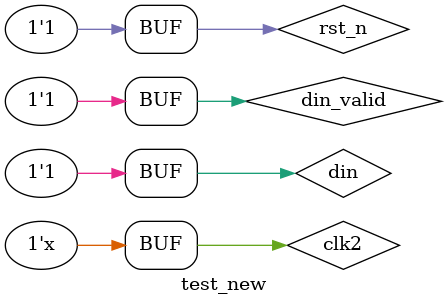
<source format=v>
`timescale 1ns / 1ps


module test_new;

	// Inputs
	reg clk2;
	reg rst_n;
	reg din;
	reg din_valid;

	// Outputs
	wire dout;
	wire dout_valid;

	// Instantiate the Unit Under Test (UUT)
	interleaver uut (
		.clk2(clk2), 
		.rst_n(rst_n), 
		.din(din), 
		.din_valid(din_valid), 
		.dout(dout), 
		.dout_valid(dout_valid)
	);

	initial begin
		// Initialize Inputs
		clk2 = 0;
		rst_n = 0;
		din = 0;
		din_valid = 0;

		// Wait 100 ns for global reset to finish
		#5 rst_n = 1;
		#5 din_valid = 1;
		din = 1;
		#2 din = 0;
		#14 din = 1;
		#2 din = 0;
		#14 din = 1;
		#2 din = 0;
		#14 din = 1;
		#2 din = 0;
		#14 din = 1;
		#2 din = 0;
		#14 din = 1;
		#2 din = 0;
		#14 din = 1;
		#2 din = 0;
		#14 din = 1;
		#2 din = 0;
		#14 din = 1;
        
		// Add stimulus here
	
	end
    always #1 clk2 = ~clk2;   
endmodule


</source>
